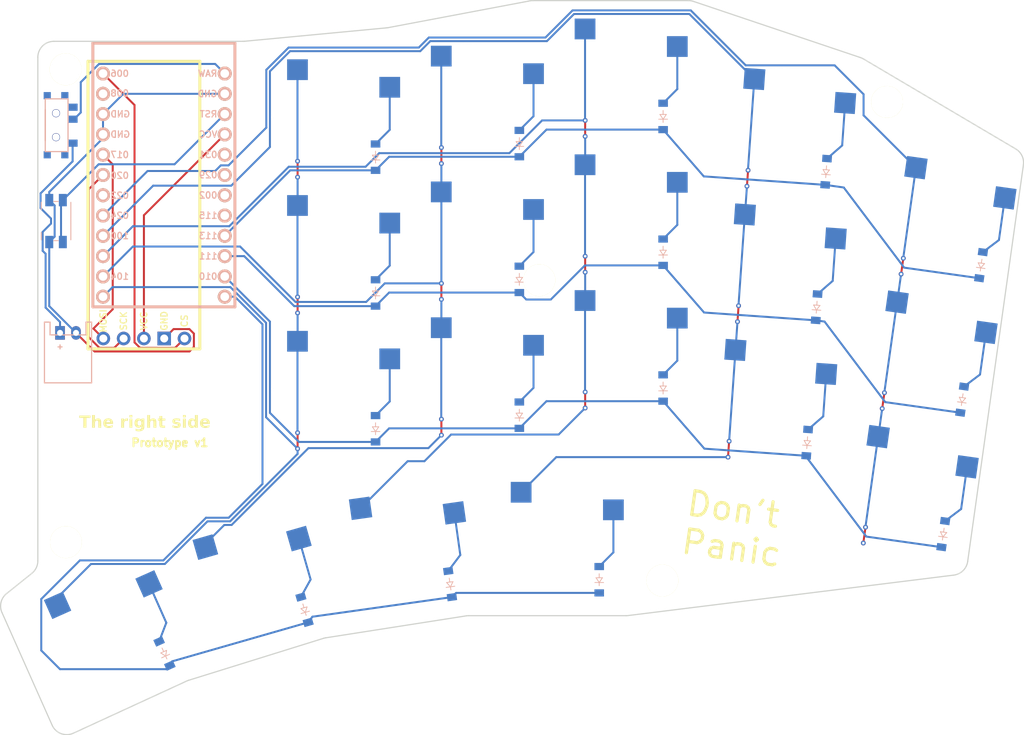
<source format=kicad_pcb>
(kicad_pcb (version 20240108) (generator "pcbnew") (generator_version "8.0")
  (title_block (title "right") (rev "v1.0.0") (company "Unknown"))
  (layers (0 "F.Cu" signal) (31 "B.Cu" signal) (34 "B.Paste" user) (35 "F.Paste" user) (36 "B.SilkS" user "B.Silkscreen") (37 "F.SilkS" user "F.Silkscreen") (38 "B.Mask" user) (39 "F.Mask" user) (44 "Edge.Cuts" user))
  (net 0 "")
  (net 1 "P024")
  (net 2 "mirror_pinky_bottom")
  (net 3 "mirror_pinky_home")
  (net 4 "mirror_pinky_top")
  (net 5 "P100")
  (net 6 "mirror_ring_bottom")
  (net 7 "mirror_ring_home")
  (net 8 "mirror_ring_top")
  (net 9 "P011")
  (net 10 "mirror_middle_bottom")
  (net 11 "mirror_middle_home")
  (net 12 "mirror_middle_top")
  (net 13 "P104")
  (net 14 "mirror_index_bottom")
  (net 15 "mirror_index_home")
  (net 16 "mirror_index_top")
  (net 17 "P106")
  (net 18 "mirror_inner_bottom")
  (net 19 "mirror_inner_home")
  (net 20 "mirror_inner_top")
  (net 21 "mirror_thumb1_cluster")
  (net 22 "mirror_thumb2_cluster")
  (net 23 "mirror_thumb3_cluster")
  (net 24 "mirror_thumb4_cluster")
  (net 25 "P010")
  (net 26 "P111")
  (net 27 "P113")
  (net 28 "P009")
  (net 29 "RAW")
  (net 30 "GND")
  (net 31 "RST")
  (net 32 "VCC")
  (net 33 "P031")
  (net 34 "P029")
  (net 35 "P002")
  (net 36 "P115")
  (net 37 "P006")
  (net 38 "P008")
  (net 39 "P017")
  (net 40 "P020")
  (net 41 "P022")
  (net 42 "pos")
  (footprint "E73:SPDT_C128955" (layer "F.Cu") (at 239.305204 55.070265 90)
    (property "Reference" "T1" (hide yes))
    (property "Value" "" (hide yes))
  )
  (footprint "PG1350" (layer "F.Cu") (at 290.805205 52.370261)
    (property "Reference" "S12" (hide yes))
    (property "Value" "" (hide yes))
  )
  (footprint "HOLE_M2_TH" (layer "F.Cu") (at 240.545242 107.268098 24)
    (property "Reference" "")
    (property "Value" "")
  )
  (footprint "PG1350" (layer "F.Cu") (at 327.203649 89.369262 -4)
    (property "Reference" "S4" (hide yes))
    (property "Value" "" (hide yes))
  )
  (footprint "ComboDiode" (layer "F.Cu") (at 350.378595 106.258962 82)
    (property "Reference" "D1" (hide yes))
    (property "Value" "" (hide yes))
  )
  (footprint "PG1350" (layer "F.Cu") (at 349.369604 66.73388 -8)
    (property "Reference" "S3" (hide yes))
    (property "Value" "" (hide yes))
  )
  (footprint "PG1350" (layer "F.Cu") (at 272.805203 54.070265)
    (property "Reference" "S15" (hide yes))
    (property "Value" "" (hide yes))
  )
  (footprint "ComboDiode" (layer "F.Cu") (at 279.305204 76.07026 90)
    (property "Reference" "D14" (hide yes))
    (property "Value" "" (hide yes))
  )
  (footprint "lib:niceView_headers" (layer "F.Cu") (at 250.305205 83.070264 90)
    (property "Reference" "niceView1" (hide yes))
    (property "Value" "niceView" (hide yes))
  )
  (footprint "PG1350" (layer "F.Cu") (at 272.805203 88.070264)
    (property "Reference" "S13" (hide yes))
    (property "Value" "" (hide yes))
  )
  (footprint "VIA-0.6mm" (layer "F.Cu") (at 305.545203 73.47026)
    (property "Reference" "REF**" (hide yes))
    (property "Value" "VIA-0.6mm" (hide yes))
  )
  (footprint "ComboDiode" (layer "F.Cu") (at 307.305205 111.970265 90)
    (property "Reference" "D16" (hide yes))
    (property "Value" "" (hide yes))
  )
  (footprint "VIA-0.6mm" (layer "F.Cu") (at 323.428415 96.623587 -4)
    (property "Reference" "REF**" (hide yes))
    (property "Value" "VIA-0.6mm" (hide yes))
  )
  (footprint "VIA-0.6mm" (layer "F.Cu") (at 287.545206 57.870263)
    (property "Reference" "REF**" (hide yes))
    (property "Value" "VIA-0.6mm" (hide yes))
  )
  (footprint "ComboDiode" (layer "F.Cu") (at 279.305203 93.070265 90)
    (property "Reference" "D13" (hide yes))
    (property "Value" "" (hide yes))
  )
  (footprint "VIA-0.6mm" (layer "F.Cu") (at 305.545205 54.470261)
    (property "Reference" "REF**" (hide yes))
    (property "Value" "VIA-0.6mm" (hide yes))
  )
  (footprint "ComboDiode" (layer "F.Cu") (at 297.305205 57.370265 90)
    (property "Reference" "D12" (hide yes))
    (property "Value" "" (hide yes))
  )
  (footprint "VIA-0.6mm" (layer "F.Cu") (at 287.545204 59.870264)
    (property "Reference" "REF**" (hide yes))
    (property "Value" "VIA-0.6mm" (hide yes))
  )
  (footprint "nice_nano" (layer "F.Cu") (at 252.805203 62.570266 -90)
    (property "Reference" "MCU1" (hide yes))
    (property "Value" "nice_nano" (hide yes))
  )
  (footprint "PG1350" (layer "F.Cu") (at 329.575367 55.452084 -4)
    (property "Reference" "S6" (hide yes))
    (property "Value" "" (hide yes))
  )
  (footprint "ComboDiode" (layer "F.Cu") (at 333.339031 94.810497 86)
    (property "Reference" "D4" (hide yes))
    (property "Value" "" (hide yes))
  )
  (footprint "VIA-0.6mm" (layer "F.Cu") (at 342.731587 90.541745 -8)
    (property "Reference" "REF**" (hide yes))
    (property "Value" "VIA-0.6mm" (hide yes))
  )
  (footprint "VIA-0.6mm" (layer "F.Cu") (at 287.545203 74.870263)
    (property "Reference" "REF**" (hide yes))
    (property "Value" "VIA-0.6mm" (hide yes))
  )
  (footprint "ComboDiode" (layer "F.Cu") (at 279.305204 59.070263 90)
    (property "Reference" "D15" (hide yes))
    (property "Value" "" (hide yes))
  )
  (footprint "VIA-0.6mm" (layer "F.Cu") (at 269.545203 76.570265)
    (property "Reference" "REF**" (hide yes))
    (property "Value" "VIA-0.6mm" (hide yes))
  )
  (footprint "ComboDiode" (layer "F.Cu") (at 315.305205 70.970265 90)
    (property "Reference" "D8" (hide yes))
    (property "Value" "" (hide yes))
  )
  (footprint "VIA-0.6mm" (layer "F.Cu") (at 287.545203 93.870265)
    (property "Reference" "REF**" (hide yes))
    (property "Value" "VIA-0.6mm" (hide yes))
  )
  (footprint "HOLE_M2_TH" (layer "F.Cu") (at 315.205206 112.070262)
    (property "Reference" "")
    (property "Value" "")
  )
  (footprint "PG1350" (layer "F.Cu") (at 344.637719 100.402994 -8)
    (property "Reference" "S1" (hide yes))
    (property "Value" "" (hide yes))
  )
  (footprint "PG1350" (layer "F.Cu") (at 290.805204 86.370263)
    (property "Reference" "S10" (hide yes))
    (property "Value" "" (hide yes))
  )
  (footprint "VIA-0.6mm" (layer "F.Cu") (at 269.545203 93.570265)
    (property "Reference" "REF**" (hide yes))
    (property "Value" "VIA-0.6mm" (hide yes))
  )
  (footprint "ComboDiode" (layer "F.Cu") (at 297.305206 91.370263 90)
    (property "Reference" "D10" (hide yes))
    (property "Value" "" (hide yes))
  )
  (footprint "Panasonic_EVQPUL_EVQPUC" (layer "F.Cu") (at 239.305208 67.070265 90)
    (property "Reference" "B1" (hide yes))
    (property "Value" "Panasonic_EVQPUL_EVQPUC" (hide yes))
  )
  (footprint "VIA-0.6mm" (layer "F.Cu") (at 324.614275 79.664997 -4)
    (property "Reference" "REF**" (hide yes))
    (property "Value" "VIA-0.6mm" (hide yes))
  )
  (footprint "PG1350" (layer "F.Cu") (at 272.805204 71.070264)
    (property "Reference" "S14" (hide yes))
    (property "Value" "" (hide yes))
  )
  (footprint "VIA-0.6mm" (layer "F.Cu") (at 340.643992 105.395762 -8)
    (property "Reference" "REF**" (hide yes))
    (property "Value" "VIA-0.6mm" (hide yes))
  )
  (footprint "VIA-0.6mm" (layer "F.Cu") (at 305.545204 90.470263)
    (property "Reference" "REF**" (hide yes))
    (property "Value" "VIA-0.6mm" (hide yes))
  )
  (footprint "VIA-0.6mm" (layer "F.Cu") (at 287.545202 91.870264)
    (property "Reference" "REF**" (hide yes))
    (property "Value" "VIA-0.6mm" (hide yes))
  )
  (footprint "VIA-0.6mm" (layer "F.Cu") (at 305.545203 71.470263)
    (property "Reference" "REF**" (hide yes))
    (property "Value" "VIA-0.6mm" (hide yes))
  )
  (footprint "HOLE_M2_TH" (layer "F.Cu") (at 343.33895 52.154147 -4)
    (property "Reference" "")
    (property "Value" "")
  )
  (footprint "VIA-0.6mm" (layer "F.Cu") (at 324.753791 77.669867 -4)
    (property "Reference" "REF**" (hide yes))
    (property "Value" "VIA-0.6mm" (hide yes))
  )
  (footprint "PG1350" (layer "F.Cu") (at 347.00366 83.568437 -8)
    (property "Reference" "S2" (hide yes))
    (property "Value" "" (hide yes))
  )
  (footprint "PG1350" (layer "F.Cu") (at 308.805203 82.970263)
    (property "Reference" "S7" (hide yes))
    (property "Value" "" (hide yes))
  )
  (footprint "PG1350" (layer "F.Cu") (at 308.805203 65.970261)
    (property "Reference" "S8" (hide yes))
    (property "Value" "" (hide yes))
  )
  (footprint "PG1350" (layer "F.Cu") (at 300.805203 106.970262)
    (property "Reference" "S16" (hide yes))
    (property "Value" "" (hide yes))
  )
  (footprint "VIA-0.6mm" (layer "F.Cu") (at 343.009934 88.561209 -8)
    (property "Reference" "REF**" (hide yes))
    (property "Value" "VIA-0.6mm" (hide yes))
  )
  (footprint "PG1350" (layer "F.Cu") (at 244.908947 119.281864 24)
    (property "Reference" "S19" (hide yes))
    (property "Value" "" (hide yes))
  )
  (footprint "PG1350" (layer "F.Cu") (at 308.805204 48.970262)
    (property "Reference" "S9" (hide yes))
    (property "Value" "" (hide yes))
  )
  (footprint "VIA-0.6mm" (layer "F.Cu") (at 269.545203 61.570262)
    (property "Reference" "REF**" (hide yes))
    (property "Value" "VIA-0.6mm" (hide yes))
  )
  (footprint "VIA-0.6mm" (layer "F.Cu") (at 305.545203 56.470264)
    (property "Reference" "REF**" (hide yes))
    (property "Value" "VIA-0.6mm" (hide yes))
  )
  (footprint "HOLE_M2_TH" (layer "F.Cu") (at 240.505205 48.070265)
    (property "Reference" "")
    (property "Value" "")
  )
  (footprint "HOLE_M2_TH" (layer "F.Cu") (at 299.805205 74.470264)
    (property "Reference" "")
    (property "Value" "")
  )
  (footprint "PG1350" (layer "F.Cu") (at 290.805205 69.370262)
    (property "Reference" "S11" (hide yes))
    (property "Value" "" (hide yes))
  )
  (footprint "ComboDiode" (layer "F.Cu") (at 315.305206 53.970265 90)
    (property "Reference" "D9" (hide yes))
    (property "Value" "" (hide yes))
  )
  (footprint "ComboDiode" (layer "F.Cu") (at 288.633335 112.513088 98)
    (property "Reference" "D17" (hide yes))
    (property "Value" "" (hide yes))
  )
  (footprint "VIA-0.6mm" (layer "F.Cu") (at 340.365648 107.3763 -8)
    (property "Reference" "REF**" (hide yes))
    (property "Value" "VIA-0.6mm" (hide yes))
  )
  (footprint "VIA-0.6mm" (layer "F.Cu") (at 287.545205 76.870266)
    (property "Reference" "REF**" (hide yes))
    (property "Value" "VIA-0.6mm" (hide yes))
  )
  (footprint "VIA-0.6mm" (layer "F.Cu") (at 269.545203 59.57026)
    (property "Reference" "REF**" (hide yes))
    (property "Value" "VIA-0.6mm" (hide yes))
  )
  (footprint "ComboDiode" (layer "F.Cu") (at 270.412073 115.720113 106)
    (property "Reference" "D18" (hide yes))
    (property "Value" "" (hide yes))
  )
  (footprint "PG1350" (layer "F.Cu") (at 281.500728 108.466373 8)
    (property "Reference" "S17" (hide yes))
    (property "Value" "" (hide yes))
  )
  (footprint "VIA-0.6mm" (layer "F.Cu") (at 269.545204 78.570264)
    (property "Reference" "REF**" (hide yes))
    (property "Value" "VIA-0.6mm" (hide yes))
  )
  (footprint "VIA-0.6mm" (layer "F.Cu") (at 325.939649 60.71128 -4)
    (property "Reference" "REF**" (hide yes))
    (property "Value" "VIA-0.6mm" (hide yes))
  )
  (footprint "VIA-0.6mm" (layer "F.Cu") (at 345.097529 73.707187 -8)
    (property "Reference" "REF**" (hide yes))
    (property "Value" "VIA-0.6mm" (hide yes))
  )
  (footprint "ComboDiode" (layer "F.Cu") (at 252.880673 121.205805 114)
    (property "Reference" "D19" (hide yes))
    (property "Value" "" (hide yes))
  )
  (footprint "JST_PH_S2B-PH-K_02x2.00mm_Angled" (layer "F.Cu") (at 240.805206 81.070263)
    (property "Reference" "JST1" (hide yes))
    (property "Value" "" (hide yes))
  )
  (footprint "VIA-0.6mm" (layer "F.Cu") (at 269.545204 95.570265)
    (property "Reference" "REF**" (hide yes))
    (property "Value" "VIA-0.6mm" (hide yes))
  )
  (footprint "ComboDiode" (layer "F.Cu") (at 334.524892 77.851912 86)
    (property "Reference" "D5" (hide yes))
    (property "Value" "" (hide yes))
  )
  (footprint "ComboDiode" (layer "F.Cu") (at 315.305206 87.970261 90)
    (property "Reference" "D7" (hide yes))
    (property "Value" "" (hide yes))
  )
  (footprint "ComboDiode" (layer "F.Cu") (at 335.71075 60.893322 86)
    (property "Reference" "D6" (hide yes))
    (property "Value" "" (hide yes))
  )
  (footprint "VIA-0.6mm" (layer "F.Cu") (at 323.56793 94.628459 -4)
    (property "Reference" "REF**" (hide yes))
    (property "Value" "VIA-0.6mm" (hide yes))
  )
  (footprint "VIA-0.6mm" (layer "F.Cu") (at 305.545205 88.470266)
    (property "Reference" "REF**" (hide yes))
    (property "Value" "VIA-0.6mm" (hide yes))
  )
  (footprint "ComboDiode" (layer "F.Cu") (at 297.305205 74.370263 90)
    (property "Reference" "D11" (hide yes))
    (property "Value" "" (hide yes))
  )
  (footprint "ComboDiode" (layer "F.Cu") (at 355.11048 72.589846 82)
    (property "Reference" "D3" (hide yes))
    (property "Value" "" (hide yes))
  )
  (footprint "PG1350" (layer "F.Cu") (at 262.785684 112.705446 16)
    (property "Reference" "S18" (hide yes))
    (property "Value" "" (hide yes))
  )
  (footprint "ComboDiode" (layer "F.Cu") (at 352.744538 89.424401 82)
    (property "Reference" "D2" (hide yes))
    (property "Value" "" (hide yes))
  )
  (footprint "VIA-0.6mm" (layer "F.Cu") (at 345.375875 71.726651 -8)
    (property "Reference" "REF**" (hide yes))
    (property "Value" "VIA-0.6mm" (hide yes))
  )
  (footprint "VIA-0.6mm" (layer "F.Cu") (at 325.800137 62.706409 -4)
    (property "Reference" "REF**" (hide yes))
    (property "Value" "VIA-0.6mm" (hide yes))
  )
  (footprint "PG1350" (layer "F.Cu") (at 328.38951 72.410671 -4)
    (property "Reference" "S5" (hide yes))
    (property "Value" "" (hide yes))
  )
  (gr_line (start 280.713024 42.878972) (end 262.899019 44.5614) (stroke (width 0.15)) (layer "Edge.Cuts"))
  (gr_line (start 310.927991 116.45501) (end 351.697509 111.391159) (stroke (width 0.15)) (layer "Edge.Cuts"))
  (gr_line (start 318.477786 39.470263) (end 298.992437 39.470265) (stroke (width 0.15)) (layer "Edge.Cuts"))
  (gr_line (start 340.014644 46.605821) (end 319.115529 39.574664) (stroke (width 0.15)) (layer "Edge.Cuts"))
  (gr_line (start 255.915664 124.55522) (end 272.780019 119.30925) (stroke (width 0.15)) (layer "Edge.Cuts"))
  (gr_line (start 237.025202 46.570264) (end 237.025203 109.610147) (stroke (width 0.15)) (layer "Edge.Cuts"))
  (gr_line (start 353.43153 109.684758) (end 360.408739 60.039326) (stroke (width 0.15)) (layer "Edge.Cuts"))
  (gr_arc (start 310.927989 116.455012) (mid 310.804968 116.466446) (end 310.681475 116.470265) (stroke (width 0.15)) (layer "Edge.Cuts"))
  (gr_line (start 262.710969 44.570263) (end 239.025202 44.570262) (stroke (width 0.15)) (layer "Edge.Cuts"))
  (gr_arc (start 241.477045 131.181353) (mid 239.935813 131.236087) (end 238.813847 130.177983) (stroke (width 0.15)) (layer "Edge.Cuts"))
  (gr_arc (start 255.673617 124.648109) (mid 255.793133 124.597737) (end 255.915664 124.55522) (stroke (width 0.15)) (layer "Edge.Cuts"))
  (gr_arc (start 237.025202 46.570264) (mid 237.610988 45.156049) (end 239.025202 44.570262) (stroke (width 0.15)) (layer "Edge.Cuts"))
  (gr_arc (start 353.431529 109.684758) (mid 352.853809 110.831931) (end 351.697509 111.391159) (stroke (width 0.15)) (layer "Edge.Cuts"))
  (gr_line (start 298.621224 39.505016) (end 280.896184 42.853079) (stroke (width 0.15)) (layer "Edge.Cuts"))
  (gr_arc (start 290.651715 116.494252) (mid 290.805671 116.476269) (end 290.960558 116.470263) (stroke (width 0.15)) (layer "Edge.Cuts"))
  (gr_line (start 236.276029 111.17073) (end 233.113205 113.705764) (stroke (width 0.15)) (layer "Edge.Cuts"))
  (gr_arc (start 359.445794 58.039206) (mid 360.230234 58.893405) (end 360.408739 60.039326) (stroke (width 0.15)) (layer "Edge.Cuts"))
  (gr_arc (start 232.536941 116.079824) (mid 232.42047 114.794583) (end 233.113205 113.705764) (stroke (width 0.15)) (layer "Edge.Cuts"))
  (gr_line (start 290.960558 116.470263) (end 310.681475 116.470265) (stroke (width 0.15)) (layer "Edge.Cuts"))
  (gr_line (start 359.445794 58.039206) (end 340.394495 46.779645) (stroke (width 0.15)) (layer "Edge.Cuts"))
  (gr_line (start 241.477045 131.181353) (end 255.673617 124.648109) (stroke (width 0.15)) (layer "Edge.Cuts"))
  (gr_line (start 232.536943 116.079824) (end 238.813847 130.177983) (stroke (width 0.15)) (layer "Edge.Cuts"))
  (gr_arc (start 237.025203 109.610147) (mid 236.828208 110.475693) (end 236.276029 111.17073) (stroke (width 0.15)) (layer "Edge.Cuts"))
  (gr_line (start 273.065229 119.242979) (end 290.651715 116.494252) (stroke (width 0.15)) (layer "Edge.Cuts"))
  (gr_arc (start 318.477787 39.470263) (mid 318.800902 39.496536) (end 319.115529 39.574664) (stroke (width 0.15)) (layer "Edge.Cuts"))
  (gr_arc (start 272.780019 119.30925) (mid 272.921409 119.270887) (end 273.065229 119.242979) (stroke (width 0.15)) (layer "Edge.Cuts"))
  (gr_arc (start 298.621224 39.505016) (mid 298.806019 39.478971) (end 298.992437 39.470265) (stroke (width 0.15)) (layer "Edge.Cuts"))
  (gr_arc (start 262.899019 44.5614) (mid 262.805098 44.568044) (end 262.710969 44.570263) (stroke (width 0.15)) (layer "Edge.Cuts"))
  (gr_arc (start 340.014644 46.605819) (mid 340.209121 46.682786) (end 340.394495 46.779645) (stroke (width 0.15)) (layer "Edge.Cuts"))
  (gr_arc (start 280.896185 42.853079) (mid 280.804904 42.868143) (end 280.713024 42.878972) (stroke (width 0.15)) (layer "Edge.Cuts"))
  (gr_text "Don't\nPanic" (at 317.777363 104.706635 -8) (layer "F.SilkS") (effects (font (size 3 3) (thickness 0.4)) (justify left)))
  (gr_text "The right side" (at 242.2 93.2 0) (layer "F.SilkS") (effects (font (size 1.5 1.5) (thickness 0.3) (bold yes)) (justify left bottom)))
  (gr_text "Prototype v1" (at 248.6 95.4 0) (layer "F.SilkS") (effects (font (size 1 1) (thickness 0.25) (bold yes)) (justify left bottom)))
  (segment (start 343.009934 88.561209) (end 342.731587 90.541743) (width 0.25) (layer "F.Cu") (net 1))
  (segment (start 345.375875 71.726651) (end 345.097529 73.707187) (width 0.25) (layer "F.Cu") (net 1))
  (segment (start 342.731587 90.541743) (end 342.731587 90.541745) (width 0.25) (layer "F.Cu") (net 1))
  (segment (start 340.643992 105.395762) (end 340.365648 107.376296) (width 0.25) (layer "F.Cu") (net 1))
  (segment (start 340.365648 107.376296) (end 340.365648 107.3763) (width 0.25) (layer "F.Cu") (net 1))
  (segment (start 265.629303 48.134769) (end 268.414072 45.35) (width 0.25) (layer "B.Cu") (net 1))
  (segment (start 303.968808 40.695262) (end 318.766929 40.695262) (width 0.25) (layer "B.Cu") (net 1))
  (segment (start 284.71407 45.35) (end 285.968809 44.095261) (width 0.25) (layer "B.Cu") (net 1))
  (segment (start 300.568809 44.095261) (end 303.968808 40.695262) (width 0.25) (layer "B.Cu") (net 1))
  (segment (start 340.4 51.2) (end 340.4 53.831437) (width 0.25) (layer "B.Cu") (net 1))
  (segment (start 318.766929 40.695262) (end 325.647275 47.575608) (width 0.25) (layer "B.Cu") (net 1))
  (segment (start 345.097529 73.707187) (end 344.605553 77.207783) (width 0.25) (layer "B.Cu") (net 1))
  (segment (start 342.731587 90.541745) (end 342.239612 94.042342) (width 0.25) (layer "B.Cu") (net 1))
  (segment (start 342.997167 88.544268) (end 343.009934 88.561209) (width 0.25) (layer "B.Cu") (net 1))
  (segment (start 342.222672 94.055108) (end 340.631226 105.378824) (width 0.25) (layer "B.Cu") (net 1))
  (segment (start 259.927608 60.098966) (end 260.901034 60.098966) (width 0.25) (layer "B.Cu") (net 1))
  (segment (start 285.968809 44.095261) (end 300.568809 44.095261) (width 0.25) (layer "B.Cu") (net 1))
  (segment (start 260.901034 60.098966) (end 265.629303 55.370697) (width 0.25) (layer "B.Cu") (net 1))
  (segment (start 245.185203 66.380266) (end 250.762798 60.802671) (width 0.25) (layer "B.Cu") (net 1))
  (segment (start 344.588609 77.22055) (end 342.997167 88.544268) (width 0.25) (layer "B.Cu") (net 1))
  (segment (start 345.36311 71.709709) (end 345.375875 71.726651) (width 0.25) (layer "B.Cu") (net 1))
  (segment (start 340.631226 105.378824) (end 340.643992 105.395762) (width 0.25) (layer "B.Cu") (net 1))
  (segment (start 268.414072 45.35) (end 284.71407 45.35) (width 0.25) (layer "B.Cu") (net 1))
  (segment (start 325.647275 47.575608) (end 336.775608 47.575608) (width 0.25) (layer "B.Cu") (net 1))
  (segment (start 346.954556 60.385992) (end 345.36311 71.709709) (width 0.25) (layer "B.Cu") (net 1))
  (segment (start 250.762798 60.802671) (end 259.223903 60.802671) (width 0.25) (layer "B.Cu") (net 1))
  (segment (start 336.775608 47.575608) (end 340.4 51.2) (width 0.25) (layer "B.Cu") (net 1))
  (segment (start 344.605553 77.207783) (end 344.588609 77.22055) (width 0.25) (layer "B.Cu") (net 1))
  (segment (start 259.223903 60.802671) (end 259.927608 60.098966) (width 0.25) (layer "B.Cu") (net 1))
  (segment (start 265.629303 55.370697) (end 265.629303 48.134769) (width 0.25) (layer "B.Cu") (net 1))
  (segment (start 342.239612 94.042342) (end 342.222672 94.055108) (width 0.25) (layer "B.Cu") (net 1))
  (segment (start 340.4 53.831437) (end 346.954556 60.385993) (width 0.25) (layer "B.Cu") (net 1))
  (segment (start 353.354085 97.841148) (end 352.612989 103.114326) (width 0.25) (layer "B.Cu") (net 2))
  (segment (start 352.612989 103.114326) (end 350.608231 104.62502) (width 0.25) (layer "B.Cu") (net 2))
  (segment (start 354.978931 86.279772) (end 352.974174 87.790461) (width 0.25) (layer "B.Cu") (net 3))
  (segment (start 355.720027 81.00659) (end 354.978931 86.279772) (width 0.25) (layer "B.Cu") (net 3))
  (segment (start 358.085972 64.172028) (end 357.344874 69.445212) (width 0.25) (layer "B.Cu") (net 4))
  (segment (start 357.344874 69.445212) (end 355.340116 70.955905) (width 0.25) (layer "B.Cu") (net 4))
  (segment (start 324.614276 79.664997) (end 324.614275 79.664997) (width 0.25) (layer "F.Cu") (net 5))
  (segment (start 325.800137 62.706405) (end 325.800137 62.706409) (width 0.25) (layer "F.Cu") (net 5))
  (segment (start 324.753791 77.669867) (end 324.614276 79.664997) (width 0.25) (layer "F.Cu") (net 5))
  (segment (start 323.428417 96.623586) (end 323.428415 96.623587) (width 0.25) (layer "F.Cu") (net 5))
  (segment (start 323.56793 94.628459) (end 323.428417 96.623586) (width 0.25) (layer "F.Cu") (net 5))
  (segment (start 325.939649 60.71128) (end 325.800137 62.706405) (width 0.25) (layer "F.Cu") (net 5))
  (segment (start 284.900466 45.8) (end 286.155205 44.545261) (width 0.25) (layer "B.Cu") (net 5))
  (segment (start 304.155204 41.145262) (end 318.580533 41.145262) (width 0.25) (layer "B.Cu") (net 5))
  (segment (start 324.367688 83.191386) (end 324.351679 83.205304) (width 0.25) (layer "B.Cu") (net 5))
  (segment (start 266.079303 57.800901) (end 266.079303 48.321165) (width 0.25) (layer "B.Cu") (net 5))
  (segment (start 300.755205 44.545261) (end 304.155204 41.145262) (width 0.25) (layer "B.Cu") (net 5))
  (segment (start 245.185203 68.920266) (end 251.466503 62.638966) (width 0.25) (layer "B.Cu") (net 5))
  (segment (start 324.351679 83.205304) (end 324.316689 83.705664) (width 0.25) (layer "B.Cu") (net 5))
  (segment (start 286.155205 44.545261) (end 300.755205 44.545261) (width 0.25) (layer "B.Cu") (net 5))
  (segment (start 318.580533 41.145262) (end 326.723396 49.288125) (width 0.25) (layer "B.Cu") (net 5))
  (segment (start 268.600468 45.8) (end 284.900466 45.8) (width 0.25) (layer "B.Cu") (net 5))
  (segment (start 325.553549 66.232794) (end 325.537537 66.246713) (width 0.25) (layer "B.Cu") (net 5))
  (segment (start 325.800137 62.706409) (end 325.553549 66.232794) (width 0.25) (layer "B.Cu") (net 5))
  (segment (start 324.739875 77.653859) (end 324.753791 77.669867) (width 0.25) (layer "B.Cu") (net 5))
  (segment (start 326.723396 49.288123) (end 325.925735 60.695275) (width 0.25) (layer "B.Cu") (net 5))
  (segment (start 251.466503 62.638966) (end 261.241238 62.638966) (width 0.25) (layer "B.Cu") (net 5))
  (segment (start 325.925735 60.695275) (end 325.939649 60.71128) (width 0.25) (layer "B.Cu") (net 5))
  (segment (start 261.241238 62.638966) (end 266.079303 57.800901) (width 0.25) (layer "B.Cu") (net 5))
  (segment (start 266.079303 48.321165) (end 268.600468 45.8) (width 0.25) (layer "B.Cu") (net 5))
  (segment (start 324.614275 79.664997) (end 324.367688 83.191386) (width 0.25) (layer "B.Cu") (net 5))
  (segment (start 325.537537 66.246713) (end 324.739875 77.653859) (width 0.25) (layer "B.Cu") (net 5))
  (segment (start 324.316689 83.705664) (end 324.330608 83.721675) (width 0.25) (layer "B.Cu") (net 5))
  (segment (start 301.92688 96.623585) (end 297.530202 101.020263) (width 0.25) (layer "B.Cu") (net 5))
  (segment (start 324.330608 83.721675) (end 323.56793 94.628459) (width 0.25) (layer "B.Cu") (net 5))
  (segment (start 323.428415 96.623587) (end 301.92688 96.623585) (width 0.25) (layer "B.Cu") (net 5))
  (segment (start 335.720081 86.205633) (end 335.348623 91.517658) (width 0.25) (layer "B.Cu") (net 6))
  (segment (start 335.348623 91.517658) (end 333.454131 93.164518) (width 0.25) (layer "B.Cu") (net 6))
  (segment (start 336.534485 74.559073) (end 334.639993 76.205929) (width 0.25) (layer "B.Cu") (net 7))
  (segment (start 336.905939 69.247041) (end 336.534485 74.559073) (width 0.25) (layer "B.Cu") (net 7))
  (segment (start 338.091802 52.288453) (end 337.720345 57.600482) (width 0.25) (layer "B.Cu") (net 8))
  (segment (start 337.720345 57.600482) (end 335.825855 59.24734) (width 0.25) (layer "B.Cu") (net 8))
  (segment (start 305.545205 88.470266) (end 305.545204 90.470263) (width 0.25) (layer "F.Cu") (net 9))
  (segment (start 305.545205 54.470261) (end 305.545204 56.470263) (width 0.25) (layer "F.Cu") (net 9))
  (segment (start 305.545204 56.470263) (end 305.545203 56.470264) (width 0.25) (layer "F.Cu") (net 9))
  (segment (start 305.545205 73.470258) (end 305.545203 73.47026) (width 0.25) (layer "F.Cu") (net 9))
  (segment (start 305.545203 71.470263) (end 305.545205 73.470258) (width 0.25) (layer "F.Cu") (net 9))
  (segment (start 296.055207 58.570263) (end 300.155209 54.470261) (width 0.25) (layer "B.Cu") (net 9))
  (segment (start 305.545204 90.470263) (end 302.220206 93.79526) (width 0.25) (layer "B.Cu") (net 9))
  (segment (start 305.530204 88.455264) (end 305.545205 88.470266) (width 0.25) (layer "B.Cu") (net 9))
  (segment (start 305.530207 60.020264) (end 305.530203 71.455262) (width 0.25) (layer "B.Cu") (net 9))
  (segment (start 245.185203 71.460266) (end 248.926503 67.718966) (width 0.25) (layer "B.Cu") (net 9))
  (segment (start 288.764319 93.795261) (end 285.425327 97.134254) (width 0.25) (layer "B.Cu") (net 9))
  (segment (start 268.43881 60.270263) (end 278.055204 60.270263) (width 0.25) (layer "B.Cu") (net 9))
  (segment (start 305.545203 56.470264) (end 305.545201 60.005263) (width 0.25) (layer "B.Cu") (net 9))
  (segment (start 305.545201 60.005263) (end 305.530207 60.020264) (width 0.25) (layer "B.Cu") (net 9))
  (segment (start 305.530203 77.020264) (end 305.530204 88.455264) (width 0.25) (layer "B.Cu") (net 9))
  (segment (start 279.755204 58.570263) (end 296.055207 58.570263) (width 0.25) (layer "B.Cu") (net 9))
  (segment (start 302.220206 93.79526) (end 288.764319 93.795261) (width 0.25) (layer "B.Cu") (net 9))
  (segment (start 305.530206 43.020262) (end 305.530205 54.455265) (width 0.25) (layer "B.Cu") (net 9))
  (segment (start 305.545203 73.47026) (end 305.545205 77.005261) (width 0.25) (layer "B.Cu") (net 9))
  (segment (start 305.530203 71.455262) (end 305.545203 71.470263) (width 0.25) (layer "B.Cu") (net 9))
  (segment (start 260.990107 67.718966) (end 268.43881 60.270263) (width 0.25) (layer "B.Cu") (net 9))
  (segment (start 283.325332 97.134256) (end 277.429519 103.030071) (width 0.25) (layer "B.Cu") (net 9))
  (segment (start 285.425327 97.134254) (end 283.325332 97.134256) (width 0.25) (layer "B.Cu") (net 9))
  (segment (start 248.926503 67.718966) (end 260.990107 67.718966) (width 0.25) (layer "B.Cu") (net 9))
  (segment (start 300.155209 54.470261) (end 305.545205 54.470261) (width 0.25) (layer "B.Cu") (net 9))
  (segment (start 305.545205 77.005261) (end 305.530203 77.020264) (width 0.25) (layer "B.Cu") (net 9))
  (segment (start 278.055204 60.270263) (end 279.755204 58.570263) (width 0.25) (layer "B.Cu") (net 9))
  (segment (start 305.530205 54.455265) (end 305.545205 54.470261) (width 0.25) (layer "B.Cu") (net 9))
  (segment (start 317.080201 84.545264) (end 315.305204 86.320263) (width 0.25) (layer "B.Cu") (net 10))
  (segment (start 317.080202 79.220264) (end 317.080201 84.545264) (width 0.25) (layer "B.Cu") (net 10))
  (segment (start 317.080205 62.220262) (end 317.080203 67.545263) (width 0.25) (layer "B.Cu") (net 11))
  (segment (start 317.080203 67.545263) (end 315.305204 69.320262) (width 0.25) (layer "B.Cu") (net 11))
  (segment (start 317.080202 50.545262) (end 315.305205 52.320263) (width 0.25) (layer "B.Cu") (net 12))
  (segment (start 317.080202 45.220265) (end 317.080202 50.545262) (width 0.25) (layer "B.Cu") (net 12))
  (segment (start 287.545206 57.870263) (end 287.545204 59.870264) (width 0.25) (layer "F.Cu") (net 13))
  (segment (start 287.545202 91.870264) (end 287.545203 93.870265) (width 0.25) (layer "F.Cu") (net 13))
  (segment (start 287.545203 74.870263) (end 287.545205 76.870266) (width 0.25) (layer "F.Cu") (net 13))
  (segment (start 287.545203 80.405261) (end 287.530199 80.420263) (width 0.25) (layer "B.Cu") (net 13))
  (segment (start 285.920205 95.495262) (end 270.904738 95.495262) (width 0.25) (layer "B.Cu") (net 13))
  (segment (start 287.530203 57.855264) (end 287.545206 57.870263) (width 0.25) (layer "B.Cu") (net 13))
  (segment (start 269.286319 77.195265) (end 278.130199 77.195265) (width 0.25) (layer "B.Cu") (net 13))
  (segment (start 287.530199 80.420263) (end 287.530201 91.855262) (width 0.25) (layer "B.Cu") (net 13))
  (segment (start 257.997512 107.48242) (end 257.997513 107.888653) (width 0.25) (layer "B.Cu") (net 13))
  (segment (start 287.530204 63.420264) (end 287.530206 63.96051) (width 0.25) (layer "B.Cu") (net 13))
  (segment (start 287.530206 63.96051) (end 287.545204 63.97551) (width 0.25) (layer "B.Cu") (net 13))
  (segment (start 287.545204 63.97551) (end 287.545203 74.870263) (width 0.25) (layer "B.Cu") (net 13))
  (segment (start 287.545204 59.870264) (end 287.545204 63.405266) (width 0.25) (layer "B.Cu") (net 13))
  (segment (start 262.35002 70.258966) (end 269.286319 77.195265) (width 0.25) (layer "B.Cu") (net 13))
  (segment (start 280.455201 74.870263) (end 287.545203 74.870263) (width 0.25) (layer "B.Cu") (net 13))
  (segment (start 270.904738 95.495262) (end 261.289062 105.110938) (width 0.25) (layer "B.Cu") (net 13))
  (segment (start 287.545203 93.870265) (end 285.920205 95.495262) (width 0.25) (layer "B.Cu") (net 13))
  (segment (start 287.530206 46.420263) (end 287.530203 57.855264) (width 0.25) (layer "B.Cu") (net 13))
  (segment (start 248.926503 70.258966) (end 262.35002 70.258966) (width 0.25) (layer "B.Cu") (net 13))
  (segment (start 287.545204 63.405266) (end 287.530204 63.420264) (width 0.25) (layer "B.Cu") (net 13))
  (segment (start 278.130199 77.195265) (end 280.455201 74.870263) (width 0.25) (layer "B.Cu") (net 13))
  (segment (start 260.368994 105.110938) (end 257.997512 107.48242) (width 0.25) (layer "B.Cu") (net 13))
  (segment (start 261.289062 105.110938) (end 260.368994 105.110938) (width 0.25) (layer "B.Cu") (net 13))
  (segment (start 245.185203 74.000266) (end 248.926503 70.258966) (width 0.25) (layer "B.Cu") (net 13))
  (segment (start 287.545205 76.870266) (end 287.545203 80.405261) (width 0.25) (layer "B.Cu") (net 13))
  (segment (start 287.530201 91.855262) (end 287.545202 91.870264) (width 0.25) (layer "B.Cu") (net 13))
  (segment (start 299.080204 87.945262) (end 297.305204 89.720266) (width 0.25) (layer "B.Cu") (net 14))
  (segment (start 299.080202 82.620266) (end 299.080204 87.945262) (width 0.25) (layer "B.Cu") (net 14))
  (segment (start 299.080208 65.620262) (end 299.080203 70.945259) (width 0.25) (layer "B.Cu") (net 15))
  (segment (start 299.080203 70.945259) (end 297.305205 72.720264) (width 0.25) (layer "B.Cu") (net 15))
  (segment (start 299.080204 53.945262) (end 297.305205 55.720262) (width 0.25) (layer "B.Cu") (net 16))
  (segment (start 299.080203 48.620262) (end 299.080204 53.945262) (width 0.25) (layer "B.Cu") (net 16))
  (segment (start 269.545203 78.570264) (end 269.545204 78.570264) (width 0.25) (layer "F.Cu") (net 17))
  (segment (start 269.545203 93.570265) (end 269.545204 95.570265) (width 0.25) (layer "F.Cu") (net 17))
  (segment (start 269.545203 59.57026) (end 269.545206 61.570261) (width 0.25) (layer "F.Cu") (net 17))
  (segment (start 269.545206 61.570261) (end 269.545203 61.570262) (width 0.25) (layer "F.Cu") (net 17))
  (segment (start 269.545203 76.570265) (end 269.545203 78.570264) (width 0.25) (layer "F.Cu") (net 17))
  (segment (start 245.185203 76.540266) (end 246.386503 75.338966) (width 0.25) (layer "B.Cu") (net 17))
  (segment (start 265.6 91.625061) (end 269.545204 95.570265) (width 0.25) (layer "B.Cu") (net 17))
  (segment (start 269.545204 96.2184) (end 261.102666 104.660938) (width 0.25) (layer "B.Cu") (net 17))
  (segment (start 269.530203 59.555264) (end 269.545203 59.57026) (width 0.25) (layer "B.Cu") (net 17))
  (segment (start 252.927259 110) (end 243.683481 110) (width 0.25) (layer "B.Cu") (net 17))
  (segment (start 261.127507 75.338966) (end 265.6 79.811459) (width 0.25) (layer "B.Cu") (net 17))
  (segment (start 269.530203 65.120265) (end 269.530201 76.555265) (width 0.25) (layer "B.Cu") (net 17))
  (segment (start 269.545201 82.105265) (end 269.530204 82.120262) (width 0.25) (layer "B.Cu") (net 17))
  (segment (start 265.6 79.811459) (end 265.6 91.625061) (width 0.25) (layer "B.Cu") (net 17))
  (segment (start 269.530201 76.555265) (end 269.545203 76.570265) (width 0.25) (layer "B.Cu") (net 17))
  (segment (start 269.545204 95.570265) (end 269.545204 96.2184) (width 0.25) (layer "B.Cu") (net 17))
  (segment (start 243.683481 110) (end 239.497003 114.186478) (width 0.25) (layer "B.Cu") (net 17))
  (segment (start 246.386503 75.338966) (end 261.127507 75.338966) (width 0.25) (layer "B.Cu") (net 17))
  (segment (start 239.497003 114.186478) (end 239.497002 115.178331) (width 0.25) (layer "B.Cu") (net 17))
  (segment (start 269.530203 93.555263) (end 269.545203 93.570265) (width 0.25) (layer "B.Cu") (net 17))
  (segment (start 269.530206 48.120263) (end 269.530203 59.555264) (width 0.25) (layer "B.Cu") (net 17))
  (segment (start 258.266321 104.660938) (end 252.927259 110) (width 0.25) (layer "B.Cu") (net 17))
  (segment (start 269.545203 61.570262) (end 269.545205 65.105263) (width 0.25) (layer "B.Cu") (net 17))
  (segment (start 269.545204 78.570264) (end 269.545201 82.105265) (width 0.25) (layer "B.Cu") (net 17))
  (segment (start 269.530204 82.120262) (end 269.530203 93.555263) (width 0.25) (layer "B.Cu") (net 17))
  (segment (start 261.102666 104.660938) (end 258.266321 104.660938) (width 0.25) (layer "B.Cu") (net 17))
  (segment (start 269.545205 65.105263) (end 269.530203 65.120265) (width 0.25) (layer "B.Cu") (net 17))
  (segment (start 281.080205 89.645267) (end 279.305205 91.42026) (width 0.25) (layer "B.Cu") (net 18))
  (segment (start 281.080201 84.320264) (end 281.080205 89.645267) (width 0.25) (layer "B.Cu") (net 18))
  (segment (start 281.080203 72.645265) (end 279.305204 74.420264) (width 0.25) (layer "B.Cu") (net 19))
  (segment (start 281.080202 67.320262) (end 281.080203 72.645265) (width 0.25) (layer "B.Cu") (net 19))
  (segment (start 281.080203 55.645262) (end 279.305208 57.420264) (width 0.25) (layer "B.Cu") (net 20))
  (segment (start 281.080206 50.320261) (end 281.080203 55.645262) (width 0.25) (layer "B.Cu") (net 20))
  (segment (start 309.080204 108.545266) (end 307.305205 110.320265) (width 0.25) (layer "B.Cu") (net 21))
  (segment (start 309.080206 103.220263) (end 309.080204 108.545266) (width 0.25) (layer "B.Cu") (net 21))
  (segment (start 289.173296 103.60121) (end 289.914394 108.874384) (width 0.25) (layer "B.Cu") (net 22))
  (segment (start 289.914394 108.874384) (end 288.403696 110.879144) (width 0.25) (layer "B.Cu") (net 22))
  (segment (start 269.706487 106.819816) (end 271.174254 111.938532) (width 0.25) (layer "B.Cu") (net 23))
  (segment (start 271.174254 111.938532) (end 269.957271 114.134033) (width 0.25) (layer "B.Cu") (net 23))
  (segment (start 250.943274 112.490325) (end 253.109144 117.354952) (width 0.25) (layer "B.Cu") (net 24))
  (segment (start 253.109144 117.354952) (end 252.209558 119.698455) (width 0.25) (layer "B.Cu") (net 24))
  (segment (start 320.472734 95.564827) (end 315.305203 89.620264) (width 0.25) (layer "B.Cu") (net 25))
  (segment (start 315.305203 89.620263) (end 300.7052 89.620263) (width 0.25) (layer "B.Cu") (net 25))
  (segment (start 297.305201 93.020262) (end 281.005205 93.020263) (width 0.25) (layer "B.Cu") (net 25))
  (segment (start 340.747466 106.571608) (end 333.20841 96.566941) (width 0.25) (layer "B.Cu") (net 25))
  (segment (start 350.148956 107.892902) (end 340.747466 106.571608) (width 0.25) (layer "B.Cu") (net 25))
  (segment (start 266.079303 91.079303) (end 269.720265 94.720265) (width 0.25) (layer "B.Cu") (net 25))
  (segment (start 300.7052 89.620263) (end 297.305201 93.020262) (width 0.25) (layer "B.Cu") (net 25))
  (segment (start 333.20841 96.566941) (end 333.223935 96.45648) (width 0.25) (layer "B.Cu") (net 25))
  (segment (start 281.005205 93.020263) (end 279.305205 94.720263) (width 0.25) (layer "B.Cu") (net 25))
  (segment (start 260.425203 74.000266) (end 266.079303 79.654366) (width 0.25) (layer "B.Cu") (net 25))
  (segment (start 333.223936 96.456479) (end 320.472734 95.564827) (width 0.25) (layer "B.Cu") (net 25))
  (segment (start 269.720265 94.720265) (end 279.305203 94.720265) (width 0.25) (layer "B.Cu") (net 25))
  (segment (start 266.079303 79.654366) (end 266.079303 91.079303) (width 0.25) (layer "B.Cu") (net 25))
  (segment (start 269.12026 77.72026) (end 279.305204 77.72026) (width 0.25) (layer "B.Cu") (net 26))
  (segment (start 297.305203 76.020266) (end 281.005208 76.020261) (width 0.25) (layer "B.Cu") (net 26))
  (segment (start 320.434317 78.52063) (end 315.305203 72.620261) (width 0.25) (layer "B.Cu") (net 26))
  (segment (start 334.409794 79.497892) (end 320.434317 78.52063) (width 0.25) (layer "B.Cu") (net 26))
  (segment (start 305.511318 72.620262) (end 301.236316 76.895263) (width 0.25) (layer "B.Cu") (net 26))
  (segment (start 301.236316 76.895263) (end 298.180204 76.895263) (width 0.25) (layer "B.Cu") (net 26))
  (segment (start 260.425203 71.460266) (end 262.860266 71.460266) (width 0.25) (layer "B.Cu") (net 26))
  (segment (start 343.113413 89.737054) (end 335.514665 79.653171) (width 0.25) (layer "B.Cu") (net 26))
  (segment (start 335.514665 79.653171) (end 334.409794 79.497892) (width 0.25) (layer "B.Cu") (net 26))
  (segment (start 315.305203 72.620261) (end 305.511318 72.620262) (width 0.25) (layer "B.Cu") (net 26))
  (segment (start 281.005208 76.020261) (end 279.305202 77.720264) (width 0.25) (layer "B.Cu") (net 26))
  (segment (start 262.860266 71.460266) (end 269.12026 77.72026) (width 0.25) (layer "B.Cu") (net 26))
  (segment (start 352.5149 91.058345) (end 343.113413 89.737054) (width 0.25) (layer "B.Cu") (net 26))
  (segment (start 298.180204 76.895263) (end 297.305203 76.020266) (width 0.25) (layer "B.Cu") (net 26))
  (segment (start 281.005205 59.020264) (end 279.305205 60.720265) (width 0.25) (layer "B.Cu") (net 27))
  (segment (start 315.305207 55.620259) (end 300.705207 55.620264) (width 0.25) (layer "B.Cu") (net 27))
  (segment (start 268.625206 60.720263) (end 279.305204 60.720263) (width 0.25) (layer "B.Cu") (net 27))
  (segment (start 337.915851 62.865386) (end 335.595656 62.539304) (width 0.25) (layer "B.Cu") (net 27))
  (segment (start 320.395893 61.476431) (end 315.305206 55.62026) (width 0.25) (layer "B.Cu") (net 27))
  (segment (start 297.305203 59.020263) (end 281.005205 59.020264) (width 0.25) (layer "B.Cu") (net 27))
  (segment (start 335.595655 62.539303) (end 320.395893 61.476431) (width 0.25) (layer "B.Cu") (net 27))
  (segment (start 300.705207 55.620264) (end 297.305203 59.020263) (width 0.25) (layer "B.Cu") (net 27))
  (segment (start 354.880844 74.223786) (end 345.479354 72.902494) (width 0.25) (layer "B.Cu") (net 27))
  (segment (start 345.479354 72.902494) (end 337.915851 62.865386) (width 0.25) (layer "B.Cu") (net 27))
  (segment (start 260.425203 68.920266) (end 268.625206 60.720263) (width 0.25) (layer "B.Cu") (net 27))
  (segment (start 265.15 79.997855) (end 265.15 99.977208) (width 0.25) (layer "B.Cu") (net 28))
  (segment (start 242.290496 109.55) (end 237.455636 114.38486) (width 0.25) (layer "B.Cu") (net 28))
  (segment (start 253.09734 123.167603) (end 253.551788 122.713155) (width 0.25) (layer "B.Cu") (net 28))
  (segment (start 270.866876 117.306196) (end 253.843055 122.187697) (width 0.25) (layer "B.Cu") (net 28))
  (segment (start 253.843055 122.187697) (end 253.551787 122.713155) (width 0.25) (layer "B.Cu") (net 28))
  (segment (start 307.305201 113.620263) (end 289.389733 113.620265) (width 0.25) (layer "B.Cu") (net 28))
  (segment (start 260.91627 104.210938) (end 258.079925 104.210938) (width 0.25) (layer "B.Cu") (net 28))
  (segment (start 260.425203 76.540266) (end 261.692411 76.540266) (width 0.25) (layer "B.Cu") (net 28))
  (segment (start 239.79945 123.167603) (end 253.09734 123.167603) (width 0.25) (layer "B.Cu") (net 28))
  (segment (start 288.862972 114.147027) (end 271.39783 116.601595) (width 0.25) (layer "B.Cu") (net 28))
  (segment (start 271.39783 116.601595) (end 270.866874 117.306196) (width 0.25) (layer "B.Cu") (net 28))
  (segment (start 265.15 99.977208) (end 260.91627 104.210938) (width 0.25) (layer "B.Cu") (net 28))
  (segment (start 252.740863 109.55) (end 242.290496 109.55) (width 0.25) (layer "B.Cu") (net 28))
  (segment (start 289.389733 113.620265) (end 288.862971 114.147028) (width 0.25) (layer "B.Cu") (net 28))
  (segment (start 237.455636 114.38486) (end 237.455636 120.823789) (width 0.25) (layer "B.Cu") (net 28))
  (segment (start 237.455636 120.823789) (end 239.79945 123.167603) (width 0.25) (layer "B.Cu") (net 28))
  (segment (start 261.692411 76.540266) (end 265.15 79.997855) (width 0.25) (layer "B.Cu") (net 28))
  (segment (start 258.079925 104.210938) (end 252.740863 109.55) (width 0.25) (layer "B.Cu") (net 28))
  (segment (start 242.4 49.686574) (end 242.4 53.475468) (width 0.25) (layer "B.Cu") (net 29))
  (segment (start 241.555204 54.320264) (end 241.380204 54.320264) (width 0.25) (layer "B.Cu") (net 29))
  (segment (start 260.425203 48.600266) (end 259.223903 47.398966) (width 0.25) (layer "B.Cu") (net 29))
  (segment (start 244.687608 47.398966) (end 242.4 49.686574) (width 0.25) (layer "B.Cu") (net 29))
  (segment (start 259.223903 47.398966) (end 244.687608 47.398966) (width 0.25) (layer "B.Cu") (net 29))
  (segment (start 242.4 53.475468) (end 241.555204 54.320264) (width 0.25) (layer "B.Cu") (net 29))
  (segment (start 244.130207 83.395264) (end 241.805206 81.070263) (width 0.25) (layer "F.Cu") (net 30))
  (segment (start 256.560205 81.160205) (end 256.560205 82.839795) (width 0.25) (layer "F.Cu") (net 30))
  (segment (start 255.995264 80.595264) (end 256.560205 81.160205) (width 0.25) (layer "F.Cu") (net 30))
  (segment (start 252.845205 81.770264) (end 254.020205 80.595264) (width 0.25) (layer "F.Cu") (net 30))
  (segment (start 256.004736 83.395264) (end 244.130207 83.395264) (width 0.25) (layer "F.Cu") (net 30))
  (segment (start 254.020205 80.595264) (end 255.995264 80.595264) (width 0.25) (layer "F.Cu") (net 30))
  (segment (start 256.560205 82.839795) (end 256.004736 83.395264) (width 0.25) (layer "F.Cu") (net 30))
  (segment (start 245.185203 56.220266) (end 245.185203 56.69027) (width 0.25) (layer "B.Cu") (net 30))
  (segment (start 239.130208 65.120265) (end 239.130208 69.020265) (width 0.25) (layer "B.Cu") (net 30))
  (segment (start 238.455208 63.420265) (end 238.455208 64.445265) (width 0.25) (layer "B.Cu") (net 30))
  (segment (start 238.455208 77.720265) (end 241.805206 81.070263) (width 0.25) (layer "B.Cu") (net 30))
  (segment (start 238.455208 69.695265) (end 238.455208 77.720265) (width 0.25) (layer "B.Cu") (net 30))
  (segment (start 245.185203 56.69027) (end 238.455208 63.420265) (width 0.25) (layer "B.Cu") (net 30))
  (segment (start 260.425203 51.140266) (end 247.725203 51.140266) (width 0.25) (layer "B.Cu") (net 30))
  (segment (start 247.725203 51.140266) (end 245.185203 53.680266) (width 0.25) (layer "B.Cu") (net 30))
  (segment (start 238.455208 64.445265) (end 239.130208 65.120265) (width 0.25) (layer "B.Cu") (net 30))
  (segment (start 245.185203 53.680266) (end 245.185203 56.220266) (width 0.25) (layer "B.Cu") (net 30))
  (segment (start 239.130208 69.020265) (end 238.455208 69.695265) (width 0.25) (layer "B.Cu") (net 30))
  (segment (start 239.930208 64.670265) (end 239.930208 69.470265) (width 0.25) (layer "B.Cu") (net 31))
  (segment (start 240.155208 64.445265) (end 239.930208 64.670265) (width 0.25) (layer "B.Cu") (net 31))
  (segment (start 239.930208 69.470265) (end 240.155208 69.695265) (width 0.25) (layer "B.Cu") (net 31))
  (segment (start 254.143903 59.961566) (end 260.425203 53.680266) (width 0.25) (layer "B.Cu") (net 31))
  (segment (start 240.155208 64.445265) (end 244.638907 59.961566) (width 0.25) (layer "B.Cu") (net 31))
  (segment (start 244.638907 59.961566) (end 254.143903 59.961566) (width 0.25) (layer "B.Cu") (net 31))
  (segment (start 250.305205 66.340264) (end 260.425203 56.220266) (width 0.25) (layer "F.Cu") (net 32))
  (segment (start 250.305205 81.770264) (end 250.305205 66.340264) (width 0.25) (layer "F.Cu") (net 32))
  (segment (start 249.130205 52.545268) (end 245.185203 48.600266) (width 0.25) (layer "F.Cu") (net 37))
  (segment (start 249.130205 82.256965) (end 249.130205 52.545268) (width 0.25) (layer "F.Cu") (net 37))
  (segment (start 254.210205 82.945264) (end 249.818504 82.945264) (width 0.25) (layer "F.Cu") (net 37))
  (segment (start 255.385205 81.770264) (end 254.210205 82.945264) (width 0.25) (layer "F.Cu") (net 37))
  (segment (start 249.818504 82.945264) (end 249.130205 82.256965) (width 0.25) (layer "F.Cu") (net 37))
  (segment (start 243.983903 80.528962) (end 246.4 78.112865) (width 0.25) (layer "F.Cu") (net 39))
  (segment (start 246.4 59.975063) (end 245.185203 58.760266) (width 0.25) (layer "F.Cu") (net 39))
  (segment (start 245.225205 81.770264) (end 243.983903 80.528962) (width 0.25) (layer "F.Cu") (net 39))
  (segment (start 246.4 78.112865) (end 246.4 59.975063) (width 0.25) (layer "F.Cu") (net 39))
  (segment (start 243.4 63.085469) (end 245.185203 61.300266) (width 0.25) (layer "F.Cu") (net 40))
  (segment (start 246.590205 82.945264) (end 244.738504 82.945264) (width 0.25) (layer "F.Cu") (net 40))
  (segment (start 247.765205 81.770264) (end 246.590205 82.945264) (width 0.25) (layer "F.Cu") (net 40))
  (segment (start 243.4 81.60676) (end 243.4 63.085469) (width 0.25) (layer "F.Cu") (net 40))
  (segment (start 244.738504 82.945264) (end 243.4 81.60676) (width 0.25) (layer "F.Cu") (net 40))
  (segment (start 238.680208 67.380925) (end 237.630208 68.430925) (width 0.25) (layer "B.Cu") (net 42))
  (segment (start 241.380205 59.595268) (end 237.369906 63.605567) (width 0.25) (layer "B.Cu") (net 42))
  (segment (start 239.805206 79.706659) (end 239.805206 81.070263) (width 0.25) (layer "B.Cu") (net 42))
  (segment (start 237.369906 63.605567) (end 237.369906 65.449303) (width 0.25) (layer "B.Cu") (net 42))
  (segment (start 237.630208 70.795265) (end 238 71.165057) (width 0.25) (layer "B.Cu") (net 42))
  (segment (start 237.369906 65.449303) (end 238.680208 66.759605) (width 0.25) (layer "B.Cu") (net 42))
  (segment (start 241.380205 57.320264) (end 241.380205 59.595268) (width 0.25) (layer "B.Cu") (net 42))
  (segment (start 238 71.165057) (end 238 77.901453) (width 0.25) (layer "B.Cu") (net 42))
  (segment (start 238.680208 66.759605) (end 238.680208 67.380925) (width 0.25) (layer "B.Cu") (net 42))
  (segment (start 237.630208 68.430925) (end 237.630208 70.795265) (width 0.25) (layer "B.Cu") (net 42))
  (segment (start 238 77.901453) (end 239.805206 79.706659) (width 0.25) (layer "B.Cu") (net 42))
)
</source>
